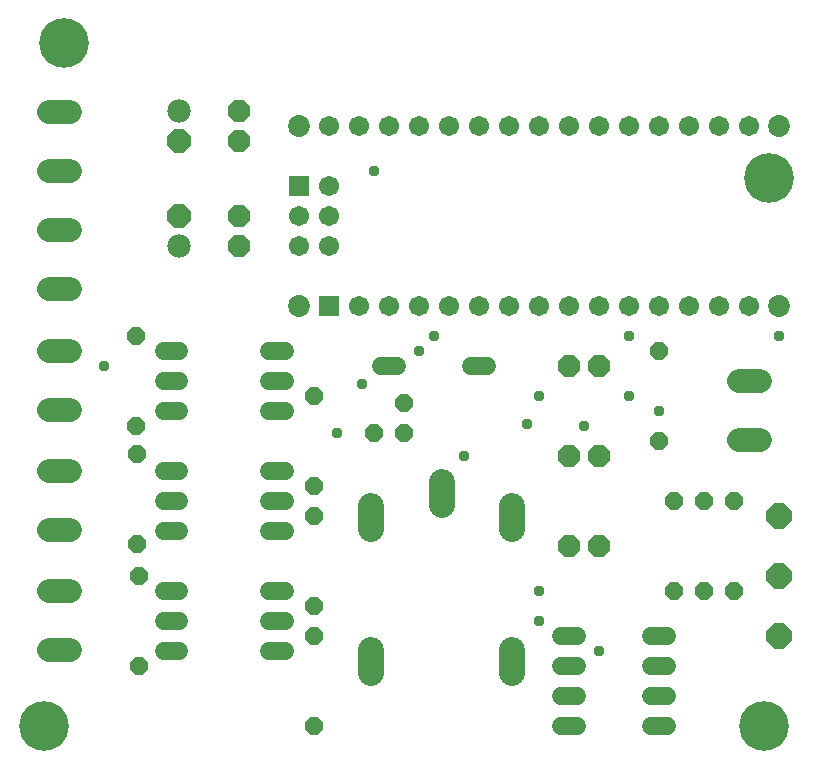
<source format=gbr>
G04 EAGLE Gerber X2 export*
%TF.Part,Single*%
%TF.FileFunction,Soldermask,Top,1*%
%TF.FilePolarity,Negative*%
%TF.GenerationSoftware,Autodesk,EAGLE,8.7.0*%
%TF.CreationDate,2018-10-16T22:36:03Z*%
G75*
%MOMM*%
%FSLAX34Y34*%
%LPD*%
%AMOC8*
5,1,8,0,0,1.08239X$1,22.5*%
G01*
%ADD10C,4.203191*%
%ADD11P,2.309387X8X112.500000*%
%ADD12C,1.993900*%
%ADD13P,2.144431X8X292.500000*%
%ADD14C,1.981200*%
%ADD15P,1.951982X8X292.500000*%
%ADD16P,2.144431X8X112.500000*%
%ADD17P,1.951982X8X112.500000*%
%ADD18C,1.524000*%
%ADD19C,2.184400*%
%ADD20P,2.034460X8X22.500000*%
%ADD21R,1.711200X1.711200*%
%ADD22C,1.711200*%
%ADD23C,1.854200*%
%ADD24P,1.649562X8X112.500000*%
%ADD25P,1.649562X8X292.500000*%
%ADD26P,1.649562X8X22.500000*%
%ADD27C,0.959600*%


D10*
X38100Y38100D03*
X54610Y615950D03*
X647700Y38100D03*
X651510Y501650D03*
D11*
X660400Y215900D03*
X660400Y165100D03*
D12*
X59754Y253600D02*
X41847Y253600D01*
X41847Y203600D02*
X59754Y203600D01*
D13*
X152400Y533400D03*
D14*
X152400Y558800D03*
D15*
X203200Y558800D03*
X203200Y533400D03*
D16*
X152400Y469900D03*
D14*
X152400Y444500D03*
D17*
X203200Y444500D03*
X203200Y469900D03*
D12*
X59754Y355200D02*
X41847Y355200D01*
X41847Y305200D02*
X59754Y305200D01*
D18*
X399796Y342900D02*
X413004Y342900D01*
X336804Y342900D02*
X323596Y342900D01*
D11*
X660400Y114300D03*
D19*
X374650Y225044D02*
X374650Y244856D01*
X314960Y224536D02*
X314960Y204724D01*
X434340Y204724D02*
X434340Y224536D01*
X434340Y102616D02*
X434340Y82804D01*
X314960Y82804D02*
X314960Y102616D01*
D20*
X482600Y190500D03*
X508000Y190500D03*
X482600Y266700D03*
X508000Y266700D03*
X482600Y342900D03*
X508000Y342900D03*
D12*
X626047Y279800D02*
X643954Y279800D01*
X643954Y329800D02*
X626047Y329800D01*
D21*
X279400Y393700D03*
D22*
X304800Y393700D03*
X330200Y393700D03*
X355600Y393700D03*
X381000Y393700D03*
X406400Y393700D03*
X431800Y393700D03*
X457200Y393700D03*
X482600Y393700D03*
X508000Y393700D03*
X533400Y393700D03*
X558800Y393700D03*
X279400Y546100D03*
X304800Y546100D03*
X330200Y546100D03*
X355600Y546100D03*
X381000Y546100D03*
X406400Y546100D03*
X457200Y546100D03*
X482600Y546100D03*
X533400Y546100D03*
X558800Y546100D03*
X508000Y546100D03*
X431800Y546100D03*
X584200Y393700D03*
X609600Y393700D03*
X635000Y393700D03*
X584200Y546100D03*
X609600Y546100D03*
X635000Y546100D03*
D23*
X660400Y393700D03*
X660400Y546100D03*
X254000Y546100D03*
X254000Y393700D03*
D21*
X254000Y495300D03*
D22*
X279400Y495300D03*
X254000Y469900D03*
X279400Y469900D03*
X254000Y444500D03*
X279400Y444500D03*
D18*
X152400Y152400D02*
X139192Y152400D01*
X139192Y127000D02*
X152400Y127000D01*
X228600Y127000D02*
X241808Y127000D01*
X241808Y152400D02*
X228600Y152400D01*
X152400Y101600D02*
X139192Y101600D01*
X228600Y101600D02*
X241808Y101600D01*
X152400Y254000D02*
X139192Y254000D01*
X139192Y228600D02*
X152400Y228600D01*
X228600Y228600D02*
X241808Y228600D01*
X241808Y254000D02*
X228600Y254000D01*
X152400Y203200D02*
X139192Y203200D01*
X228600Y203200D02*
X241808Y203200D01*
X152400Y355600D02*
X139192Y355600D01*
X139192Y330200D02*
X152400Y330200D01*
X228600Y330200D02*
X241808Y330200D01*
X241808Y355600D02*
X228600Y355600D01*
X152400Y304800D02*
X139192Y304800D01*
X228600Y304800D02*
X241808Y304800D01*
D24*
X118110Y88900D03*
X118110Y165100D03*
X596900Y152400D03*
X596900Y228600D03*
X266700Y38100D03*
X266700Y114300D03*
X116840Y191770D03*
X116840Y267970D03*
X266700Y139700D03*
X266700Y215900D03*
X115570Y292100D03*
X115570Y368300D03*
X266700Y241300D03*
X266700Y317500D03*
D25*
X558800Y355600D03*
X558800Y279400D03*
D24*
X622300Y152400D03*
X622300Y228600D03*
X571500Y152400D03*
X571500Y228600D03*
D12*
X59754Y152000D02*
X41847Y152000D01*
X41847Y102000D02*
X59754Y102000D01*
D26*
X317500Y285750D03*
X342900Y285750D03*
X342900Y311150D03*
D18*
X475996Y114300D02*
X489204Y114300D01*
X489204Y88900D02*
X475996Y88900D01*
X552196Y88900D02*
X565404Y88900D01*
X565404Y114300D02*
X552196Y114300D01*
X489204Y63500D02*
X475996Y63500D01*
X475996Y38100D02*
X489204Y38100D01*
X552196Y63500D02*
X565404Y63500D01*
X565404Y38100D02*
X552196Y38100D01*
D12*
X59754Y557600D02*
X41847Y557600D01*
X41847Y507600D02*
X59754Y507600D01*
X59754Y457600D02*
X41847Y457600D01*
X41847Y407600D02*
X59754Y407600D01*
D27*
X307340Y327660D03*
X88900Y342900D03*
X285750Y285750D03*
X533400Y368300D03*
X660400Y368300D03*
X317500Y508000D03*
X355600Y355600D03*
X457200Y317500D03*
X457200Y152400D03*
X457200Y127000D03*
X508000Y101600D03*
X447040Y293370D03*
X368300Y368300D03*
X533400Y317500D03*
X393700Y266700D03*
X558800Y304800D03*
X495300Y292100D03*
M02*

</source>
